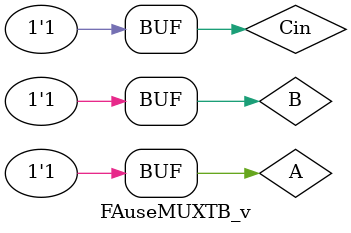
<source format=v>
`timescale 1ns / 1ps


module FAuseMUXTB_v;

	// Inputs
	reg A;
	reg B;
	reg Cin;

	// Outputs
	wire Sum;
	wire Carry;

	// Instantiate the Unit Under Test (UUT)
	FAusngMUX4 uut (
		.A(A), 
		.B(B), 
		.Cin(Cin), 
		.Sum(Sum), 
		.Carry(Carry)
	);

	initial begin
		// Initialize Inputs
		A = 0;
		B = 0;
		Cin = 0;

		#10;
        
		// Add stimulus here
		#10 A=0; B=1; Cin=0;
		#10 A=0; B=1; Cin=0;
		#10 A=1; B=0; Cin=0;
		#10 A=1; B=1; Cin=0;
		
		#10 A=0; B=0; Cin=1;
		#10 A=0; B=1; Cin=1;
		#10 A=1; B=0; Cin=1;
		#10 A=1; B=1; Cin=1;
	end
      
endmodule


</source>
